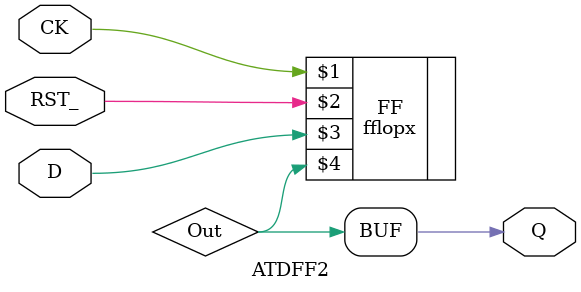
<source format=v>
module ATDFF2
    (
     D,
     CK,
     RST_,
     Q
     );
input D;
input CK;
input RST_;
output Q;

wire   Out;
fflopx #(1) FF(CK,RST_,D,Out);

reg    Q;
always @(Out)
    begin
//  #0.56;
    Q = Out;
    end

endmodule

</source>
